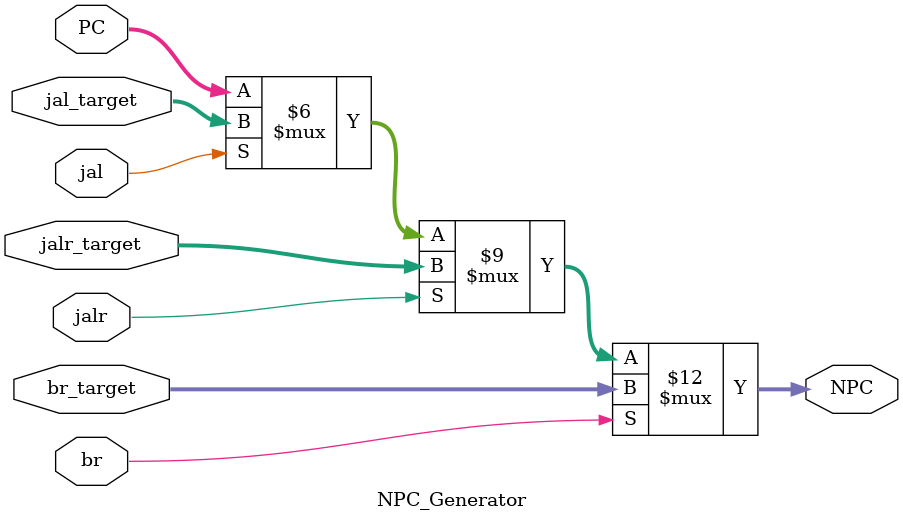
<source format=v>
module NPC_Generator(
    input wire [31:0] PC, jal_target, jalr_target, br_target,
    input wire jal, jalr, br,
    output reg [31:0] NPC
    );
    always@(*) begin
        if (br==1) begin
            NPC <= br_target;
        end
        else if (jalr==1) begin
            NPC <= jalr_target;
        end
        else if (jal==1) begin
            NPC <= jal_target;
        end
        else begin
            NPC <= PC;
        end
    end
endmodule
</source>
